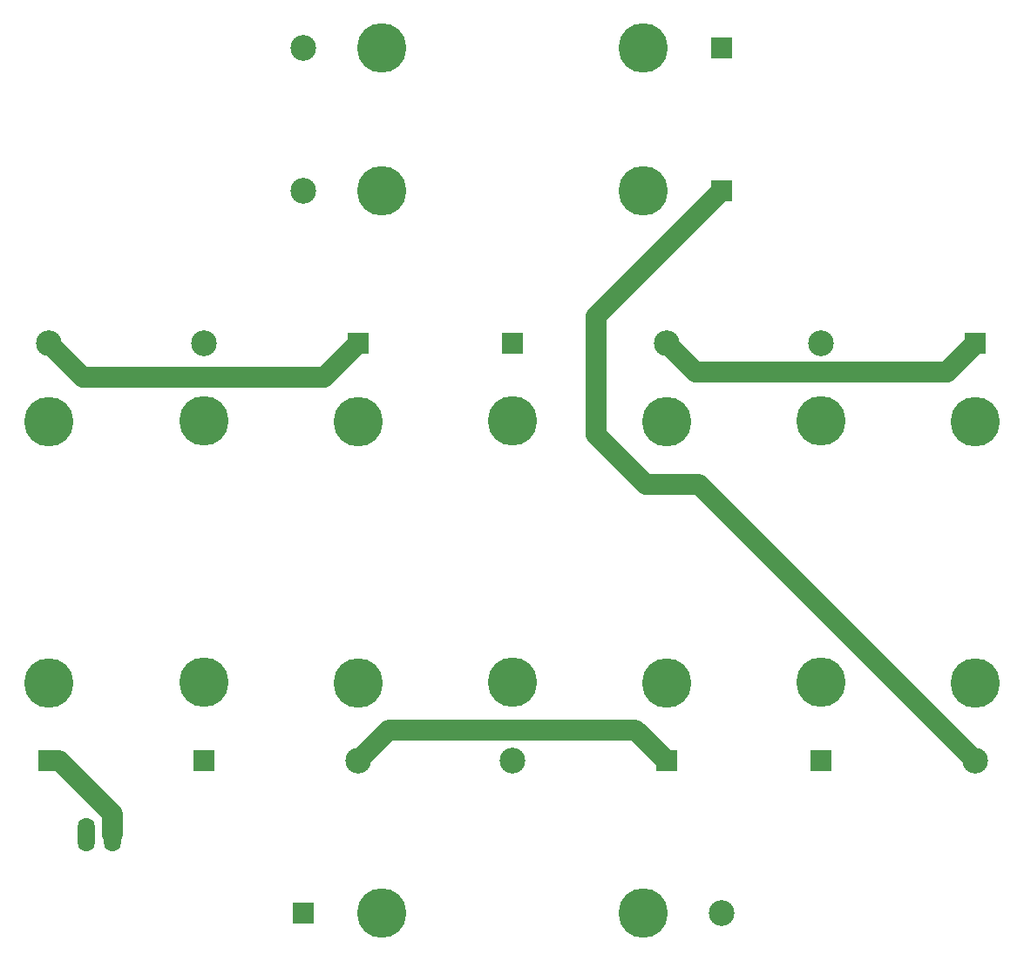
<source format=gbr>
%TF.GenerationSoftware,KiCad,Pcbnew,7.0.1-0*%
%TF.CreationDate,2023-05-25T16:37:55+09:00*%
%TF.ProjectId,Battery,42617474-6572-4792-9e6b-696361645f70,rev?*%
%TF.SameCoordinates,Original*%
%TF.FileFunction,Copper,L2,Bot*%
%TF.FilePolarity,Positive*%
%FSLAX46Y46*%
G04 Gerber Fmt 4.6, Leading zero omitted, Abs format (unit mm)*
G04 Created by KiCad (PCBNEW 7.0.1-0) date 2023-05-25 16:37:55*
%MOMM*%
%LPD*%
G01*
G04 APERTURE LIST*
%TA.AperFunction,ComponentPad*%
%ADD10R,2.000000X2.000000*%
%TD*%
%TA.AperFunction,ComponentPad*%
%ADD11C,2.500000*%
%TD*%
%TA.AperFunction,ComponentPad*%
%ADD12C,4.800000*%
%TD*%
%TA.AperFunction,ComponentPad*%
%ADD13O,1.650000X3.300000*%
%TD*%
%TA.AperFunction,Conductor*%
%ADD14C,2.000000*%
%TD*%
G04 APERTURE END LIST*
D10*
%TO.P,BT7,1,+*%
%TO.N,Net-(BT6--)*%
X114780000Y-119090000D03*
D11*
%TO.P,BT7,2,-*%
%TO.N,Net-(BT7--)*%
X114780000Y-78490000D03*
D12*
%TO.P,BT7,MH1*%
%TO.N,N/C*%
X114780000Y-111490000D03*
%TO.P,BT7,MH2*%
X114780000Y-86090000D03*
%TD*%
D10*
%TO.P,BT10,1,+*%
%TO.N,Net-(BT10-+)*%
X165080000Y-49790000D03*
D11*
%TO.P,BT10,2,-*%
%TO.N,Net-(BT10--)*%
X124480000Y-49790000D03*
D12*
%TO.P,BT10,MH1*%
%TO.N,N/C*%
X157480000Y-49790000D03*
%TO.P,BT10,MH2*%
X132080000Y-49790000D03*
%TD*%
D10*
%TO.P,BT9,1,+*%
%TO.N,Net-(BT8--)*%
X174780000Y-119090000D03*
D11*
%TO.P,BT9,2,-*%
%TO.N,Net-(BT10-+)*%
X174780000Y-78490000D03*
D12*
%TO.P,BT9,MH1*%
%TO.N,N/C*%
X174780000Y-111490000D03*
%TO.P,BT9,MH2*%
X174780000Y-86090000D03*
%TD*%
D10*
%TO.P,BT8,1,+*%
%TO.N,Net-(BT7--)*%
X144780000Y-78490000D03*
D11*
%TO.P,BT8,2,-*%
%TO.N,Net-(BT8--)*%
X144780000Y-119090000D03*
D12*
%TO.P,BT8,MH1*%
%TO.N,N/C*%
X144780000Y-86090000D03*
%TO.P,BT8,MH2*%
X144780000Y-111490000D03*
%TD*%
D10*
%TO.P,BT6,1,+*%
%TO.N,Net-(BT1-+)*%
X124480000Y-133926000D03*
D11*
%TO.P,BT6,2,-*%
%TO.N,Net-(BT6--)*%
X165080000Y-133926000D03*
D12*
%TO.P,BT6,MH1*%
%TO.N,N/C*%
X132080000Y-133926000D03*
%TO.P,BT6,MH2*%
X157480000Y-133926000D03*
%TD*%
D13*
%TO.P,J1,1,Pin_1*%
%TO.N,Net-(BT10--)*%
X103378000Y-126238000D03*
%TO.P,J1,2,Pin_2*%
%TO.N,Net-(BT1-+)*%
X105918000Y-126238000D03*
%TD*%
D10*
%TO.P,BT5,1,+*%
%TO.N,Net-(BT4--)*%
X165080000Y-63718000D03*
D11*
%TO.P,BT5,2,-*%
%TO.N,Net-(BT10--)*%
X124480000Y-63718000D03*
D12*
%TO.P,BT5,MH1*%
%TO.N,N/C*%
X157480000Y-63718000D03*
%TO.P,BT5,MH2*%
X132080000Y-63718000D03*
%TD*%
D10*
%TO.P,BT3,1,+*%
%TO.N,Net-(BT2--)*%
X159780000Y-119106000D03*
D11*
%TO.P,BT3,2,-*%
%TO.N,Net-(BT3--)*%
X159780000Y-78506000D03*
D12*
%TO.P,BT3,MH1*%
%TO.N,N/C*%
X159780000Y-111506000D03*
%TO.P,BT3,MH2*%
X159780000Y-86106000D03*
%TD*%
D10*
%TO.P,BT4,1,+*%
%TO.N,Net-(BT3--)*%
X189780000Y-78506000D03*
D11*
%TO.P,BT4,2,-*%
%TO.N,Net-(BT4--)*%
X189780000Y-119106000D03*
D12*
%TO.P,BT4,MH1*%
%TO.N,N/C*%
X189780000Y-86106000D03*
%TO.P,BT4,MH2*%
X189780000Y-111506000D03*
%TD*%
D10*
%TO.P,BT1,1,+*%
%TO.N,Net-(BT1-+)*%
X99780000Y-119106000D03*
D11*
%TO.P,BT1,2,-*%
%TO.N,Net-(BT1--)*%
X99780000Y-78506000D03*
D12*
%TO.P,BT1,MH1*%
%TO.N,N/C*%
X99780000Y-111506000D03*
%TO.P,BT1,MH2*%
X99780000Y-86106000D03*
%TD*%
D10*
%TO.P,BT2,1,+*%
%TO.N,Net-(BT1--)*%
X129780000Y-78506000D03*
D11*
%TO.P,BT2,2,-*%
%TO.N,Net-(BT2--)*%
X129780000Y-119106000D03*
D12*
%TO.P,BT2,MH1*%
%TO.N,N/C*%
X129780000Y-86106000D03*
%TO.P,BT2,MH2*%
X129780000Y-111506000D03*
%TD*%
D14*
%TO.N,Net-(BT1-+)*%
X105918000Y-124238000D02*
X100786000Y-119106000D01*
X100786000Y-119106000D02*
X99780000Y-119106000D01*
X105918000Y-126238000D02*
X105918000Y-124238000D01*
%TO.N,Net-(BT1--)*%
X99780000Y-78506000D02*
X103062000Y-81788000D01*
X126498000Y-81788000D02*
X129780000Y-78506000D01*
X103062000Y-81788000D02*
X126498000Y-81788000D01*
%TO.N,Net-(BT2--)*%
X132808000Y-116078000D02*
X156752000Y-116078000D01*
X129780000Y-119106000D02*
X132808000Y-116078000D01*
X156752000Y-116078000D02*
X159780000Y-119106000D01*
%TO.N,Net-(BT3--)*%
X162554000Y-81280000D02*
X187006000Y-81280000D01*
X187006000Y-81280000D02*
X189780000Y-78506000D01*
X159780000Y-78506000D02*
X162554000Y-81280000D01*
%TO.N,Net-(BT4--)*%
X157734000Y-92202000D02*
X152908000Y-87376000D01*
X189780000Y-119106000D02*
X162876000Y-92202000D01*
X162876000Y-92202000D02*
X157734000Y-92202000D01*
X152908000Y-87376000D02*
X152908000Y-75890000D01*
X152908000Y-75890000D02*
X165080000Y-63718000D01*
%TD*%
M02*

</source>
